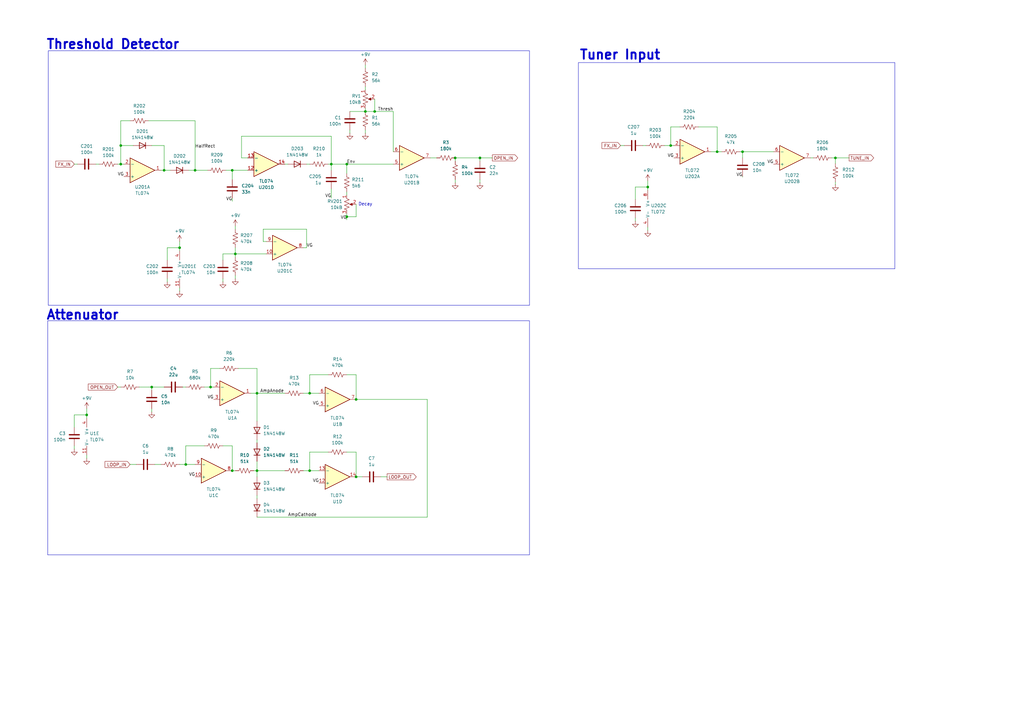
<source format=kicad_sch>
(kicad_sch (version 20231120) (generator "eeschema") (generator_version "8.0")
  (paper "A3")
  (lib_symbols
    (symbol "Amplifier_Operational:TL072" (pin_names (offset 0.127))
      (property "Reference" "U" (at 0 5.08 0))
      (property "Value" "TL072" (at 0 -5.08 0))
      (symbol "TL072_1_1"
        (polyline (pts (xy -5.08 5.08) (xy 5.08 0) (xy -5.08 -5.08) (xy -5.08 5.08)) (stroke (width 0.254)) (fill (type background)))
        (pin output line (at 7.62 0 180) (length 2.54) (name "~") (number "1"))
        (pin input line (at -7.62 -2.54 0) (length 2.54) (name "-") (number "2"))
        (pin input line (at -7.62 2.54 0) (length 2.54) (name "+") (number "3"))
      )
      (symbol "TL072_2_1"
        (polyline (pts (xy -5.08 5.08) (xy 5.08 0) (xy -5.08 -5.08) (xy -5.08 5.08)) (stroke (width 0.254)) (fill (type background)))
        (pin input line (at -7.62 2.54 0) (length 2.54) (name "+") (number "5"))
        (pin input line (at -7.62 -2.54 0) (length 2.54) (name "-") (number "6"))
        (pin output line (at 7.62 0 180) (length 2.54) (name "~") (number "7"))
      )
      (symbol "TL072_3_1"
        (pin power_in line (at -2.54 -7.62 90) (length 3.81) (name "V-") (number "4"))
        (pin power_in line (at -2.54 7.62 270) (length 3.81) (name "V+") (number "8"))
      )
    )
    (symbol "Amplifier_Operational:TL074" (pin_names (offset 0.127))
      (property "Reference" "U" (at 0 5.08 0))
      (property "Value" "TL074" (at 0 -5.08 0))
      (symbol "TL074_1_1"
        (polyline (pts (xy -5.08 5.08) (xy 5.08 0) (xy -5.08 -5.08) (xy -5.08 5.08)) (stroke (width 0.254)) (fill (type background)))
        (pin output line (at 7.62 0 180) (length 2.54) (name "~") (number "1"))
        (pin input line (at -7.62 -2.54 0) (length 2.54) (name "-") (number "2"))
        (pin input line (at -7.62 2.54 0) (length 2.54) (name "+") (number "3"))
      )
      (symbol "TL074_2_1"
        (polyline (pts (xy -5.08 5.08) (xy 5.08 0) (xy -5.08 -5.08) (xy -5.08 5.08)) (stroke (width 0.254)) (fill (type background)))
        (pin input line (at -7.62 2.54 0) (length 2.54) (name "+") (number "5"))
        (pin input line (at -7.62 -2.54 0) (length 2.54) (name "-") (number "6"))
        (pin output line (at 7.62 0 180) (length 2.54) (name "~") (number "7"))
      )
      (symbol "TL074_3_1"
        (polyline (pts (xy -5.08 5.08) (xy 5.08 0) (xy -5.08 -5.08) (xy -5.08 5.08)) (stroke (width 0.254)) (fill (type background)))
        (pin input line (at -7.62 2.54 0) (length 2.54) (name "+") (number "10"))
        (pin output line (at 7.62 0 180) (length 2.54) (name "~") (number "8"))
        (pin input line (at -7.62 -2.54 0) (length 2.54) (name "-") (number "9"))
      )
      (symbol "TL074_4_1"
        (polyline (pts (xy -5.08 5.08) (xy 5.08 0) (xy -5.08 -5.08) (xy -5.08 5.08)) (stroke (width 0.254)) (fill (type background)))
        (pin input line (at -7.62 2.54 0) (length 2.54) (name "+") (number "12"))
        (pin input line (at -7.62 -2.54 0) (length 2.54) (name "-") (number "13"))
        (pin output line (at 7.62 0 180) (length 2.54) (name "~") (number "14"))
      )
      (symbol "TL074_5_1"
        (pin power_in line (at -2.54 -7.62 90) (length 3.81) (name "V-") (number "11"))
        (pin power_in line (at -2.54 7.62 270) (length 3.81) (name "V+") (number "4"))
      )
    )
    (symbol "Device:C" (pin_numbers hide) (pin_names (offset 0.254))
      (property "Reference" "C" (at 0.635 2.54 0))
      (property "Value" "C" (at 0.635 -2.54 0))
      (symbol "C_0_1"
        (polyline (pts (xy -2.032 -0.762) (xy 2.032 -0.762)) (stroke (width 0.508)))
        (polyline (pts (xy -2.032 0.762) (xy 2.032 0.762)) (stroke (width 0.508)))
      )
      (symbol "C_1_1"
        (pin passive line (at 0 3.81 270) (length 2.794) (name "~") (number "1"))
        (pin passive line (at 0 -3.81 90) (length 2.794) (name "~") (number "2"))
      )
    )
    (symbol "Device:R_Potentiometer_US" (pin_names (offset 1.016) hide)
      (property "Reference" "RV" (at -4.445 0 90))
      (property "Value" "R_Potentiometer_US" (at -2.54 0 90))
      (symbol "R_Potentiometer_US_0_1"
        (polyline (pts (xy 0 -2.286) (xy 0 -2.54)))
        (polyline (pts (xy 0 2.54) (xy 0 2.286)))
        (polyline (pts (xy 2.54 0) (xy 1.524 0)))
        (polyline (pts (xy 1.143 0) (xy 2.286 0.508) (xy 2.286 -0.508) (xy 1.143 0)) (fill (type outline)))
        (polyline (pts (xy 0 -0.762) (xy 1.016 -1.143) (xy 0 -1.524) (xy -1.016 -1.905) (xy 0 -2.286)))
        (polyline (pts (xy 0 0.762) (xy 1.016 0.381) (xy 0 0) (xy -1.016 -0.381) (xy 0 -0.762)))
        (polyline (pts (xy 0 2.286) (xy 1.016 1.905) (xy 0 1.524) (xy -1.016 1.143) (xy 0 0.762)))
      )
      (symbol "R_Potentiometer_US_1_1"
        (pin passive line (at 0 3.81 270) (length 1.27) (name "1") (number "1"))
        (pin passive line (at 3.81 0 180) (length 1.27) (name "2") (number "2"))
        (pin passive line (at 0 -3.81 90) (length 1.27) (name "3") (number "3"))
      )
    )
    (symbol "Device:R_US" (pin_numbers hide) (pin_names (offset 0))
      (property "Reference" "R" (at 2.54 0 90))
      (property "Value" "R_US" (at -2.54 0 90))
      (symbol "R_US_0_1"
        (polyline (pts (xy 0 -2.286) (xy 0 -2.54)))
        (polyline (pts (xy 0 2.286) (xy 0 2.54)))
        (polyline (pts (xy 0 -0.762) (xy 1.016 -1.143) (xy 0 -1.524) (xy -1.016 -1.905) (xy 0 -2.286)))
        (polyline (pts (xy 0 0.762) (xy 1.016 0.381) (xy 0 0) (xy -1.016 -0.381) (xy 0 -0.762)))
        (polyline (pts (xy 0 2.286) (xy 1.016 1.905) (xy 0 1.524) (xy -1.016 1.143) (xy 0 0.762)))
      )
      (symbol "R_US_1_1"
        (pin passive line (at 0 3.81 270) (length 1.27) (name "~") (number "1"))
        (pin passive line (at 0 -3.81 90) (length 1.27) (name "~") (number "2"))
      )
    )
    (symbol "Diode:1N4148W" (pin_numbers hide) (pin_names hide)
      (property "Reference" "D" (at 0 2.54 0))
      (property "Value" "1N4148W" (at 0 -2.54 0))
      (symbol "1N4148W_0_1"
        (polyline (pts (xy -1.27 1.27) (xy -1.27 -1.27)) (stroke (width 0.254)))
        (polyline (pts (xy 1.27 0) (xy -1.27 0)))
        (polyline (pts (xy 1.27 1.27) (xy 1.27 -1.27) (xy -1.27 0) (xy 1.27 1.27)) (stroke (width 0.254)))
      )
      (symbol "1N4148W_1_1"
        (pin passive line (at -3.81 0 0) (length 2.54) (name "K") (number "1"))
        (pin passive line (at 3.81 0 180) (length 2.54) (name "A") (number "2"))
      )
    )
    (symbol "PCM_4ms_Power-symbol:+9V" (power) (pin_names (offset 0))
      (property "Value" "+9V" (at 0 3.556 0))
      (symbol "+9V_0_1"
        (polyline (pts (xy -0.762 1.27) (xy 0 2.54)))
        (polyline (pts (xy 0 0) (xy 0 2.54)))
        (polyline (pts (xy 0 2.54) (xy 0.762 1.27)))
      )
      (symbol "+9V_1_1"
        (pin power_in line (at 0 0 90) (length 0) hide (name "+9V") (number "1"))
      )
    )
    (symbol "power:GND" (power) (pin_numbers hide) (pin_names (offset 0) hide)
      (symbol "GND_0_1"
        (polyline (pts (xy 0 0) (xy 0 -1.27) (xy 1.27 -1.27) (xy 0 -2.54) (xy -1.27 -1.27) (xy 0 -1.27)))
      )
      (symbol "GND_1_1"
        (pin power_in line (at 0 0 270) (length 0) (name "~") (number "1"))
      )
    )
  )
  (junction (at 149.86 45.72))
  (junction (at 62.23 158.75))
  (junction (at 105.41 161.29))
  (junction (at 95.25 69.85))
  (junction (at 135.89 67.31))
  (junction (at 304.546 62.23))
  (junction (at 95.25 193.04))
  (junction (at 142.24 67.31))
  (junction (at 127 193.04))
  (junction (at 80.01 69.85))
  (junction (at 265.684 76.708))
  (junction (at 196.85 64.77))
  (junction (at 67.31 69.85))
  (junction (at 49.53 67.31))
  (junction (at 186.69 64.77))
  (junction (at 76.2 190.5))
  (junction (at 342.646 64.77))
  (junction (at 49.53 59.69))
  (junction (at 127 161.29))
  (junction (at 294.132 62.23))
  (junction (at 35.56 170.18))
  (junction (at 153.67 45.72))
  (junction (at 105.41 193.04))
  (junction (at 96.52 104.14))
  (junction (at 146.05 163.83))
  (junction (at 146.05 195.58))
  (junction (at 86.36 158.75))
  (junction (at 142.24 88.9))
  (junction (at 73.66 101.6))
  (junction (at 275.082 59.69))
  (wire (pts (xy 153.67 45.72) (xy 149.86 45.72)))
  (wire (pts (xy 135.89 77.47) (xy 135.89 81.28)))
  (wire (pts (xy 196.85 66.04) (xy 196.85 64.77)))
  (wire (pts (xy 83.82 182.88) (xy 76.2 182.88)))
  (wire (pts (xy 73.66 190.5) (xy 76.2 190.5)))
  (wire (pts (xy 96.52 113.03) (xy 96.52 114.3)))
  (wire (pts (xy 161.29 62.23) (xy 161.29 45.72)))
  (wire (pts (xy 342.646 64.77) (xy 341.122 64.77)))
  (wire (pts (xy 62.23 158.75) (xy 62.23 160.02)))
  (wire (pts (xy 124.46 161.29) (xy 127 161.29)))
  (wire (pts (xy 278.892 52.07) (xy 275.082 52.07)))
  (wire (pts (xy 68.58 101.6) (xy 73.66 101.6)))
  (wire (pts (xy 95.25 69.85) (xy 92.71 69.85)))
  (wire (pts (xy 91.44 104.14) (xy 96.52 104.14)))
  (wire (pts (xy 96.52 104.14) (xy 109.22 104.14)))
  (wire (pts (xy 96.52 104.14) (xy 96.52 105.41)))
  (wire (pts (xy 74.93 158.75) (xy 76.2 158.75)))
  (wire (pts (xy 73.66 99.06) (xy 73.66 101.6)))
  (wire (pts (xy 175.26 212.09) (xy 105.41 212.09)))
  (wire (pts (xy 125.73 101.6) (xy 124.46 101.6)))
  (wire (pts (xy 146.05 163.83) (xy 175.26 163.83)))
  (wire (pts (xy 97.79 151.13) (xy 105.41 151.13)))
  (wire (pts (xy 142.24 87.63) (xy 142.24 88.9)))
  (wire (pts (xy 80.01 49.53) (xy 80.01 69.85)))
  (wire (pts (xy 142.24 185.42) (xy 146.05 185.42)))
  (wire (pts (xy 96.52 101.6) (xy 96.52 104.14)))
  (wire (pts (xy 146.05 195.58) (xy 148.59 195.58)))
  (wire (pts (xy 135.89 55.88) (xy 135.89 67.31)))
  (wire (pts (xy 146.05 88.9) (xy 142.24 88.9)))
  (wire (pts (xy 149.86 53.34) (xy 149.86 54.61)))
  (wire (pts (xy 62.23 158.75) (xy 67.31 158.75)))
  (wire (pts (xy 342.646 64.77) (xy 348.234 64.77)))
  (wire (pts (xy 149.86 35.56) (xy 149.86 36.83)))
  (wire (pts (xy 294.132 62.23) (xy 295.91 62.23)))
  (wire (pts (xy 99.06 55.88) (xy 135.89 55.88)))
  (wire (pts (xy 127 153.67) (xy 127 161.29)))
  (wire (pts (xy 90.17 151.13) (xy 86.36 151.13)))
  (wire (pts (xy 62.23 59.69) (xy 67.31 59.69)))
  (wire (pts (xy 263.652 59.69) (xy 264.922 59.69)))
  (wire (pts (xy 260.604 89.408) (xy 260.604 90.678)))
  (wire (pts (xy 73.66 101.6) (xy 73.66 102.87)))
  (wire (pts (xy 146.05 185.42) (xy 146.05 195.58)))
  (wire (pts (xy 342.646 74.676) (xy 342.646 75.692)))
  (wire (pts (xy 275.082 59.69) (xy 276.352 59.69)))
  (wire (pts (xy 265.684 76.708) (xy 265.684 77.978)))
  (wire (pts (xy 303.53 62.23) (xy 304.546 62.23)))
  (wire (pts (xy 91.44 114.3) (xy 91.44 115.57)))
  (wire (pts (xy 161.29 45.72) (xy 153.67 45.72)))
  (wire (pts (xy 186.69 64.77) (xy 186.69 66.04)))
  (wire (pts (xy 83.82 158.75) (xy 86.36 158.75)))
  (wire (pts (xy 294.132 52.07) (xy 294.132 62.23)))
  (wire (pts (xy 125.73 67.31) (xy 127 67.31)))
  (wire (pts (xy 96.52 92.71) (xy 96.52 93.98)))
  (wire (pts (xy 265.684 93.218) (xy 265.684 94.488)))
  (wire (pts (xy 105.41 161.29) (xy 105.41 172.72)))
  (wire (pts (xy 272.542 59.69) (xy 275.082 59.69)))
  (wire (pts (xy 304.546 72.644) (xy 304.546 72.39)))
  (wire (pts (xy 102.87 161.29) (xy 105.41 161.29)))
  (wire (pts (xy 116.84 67.31) (xy 118.11 67.31)))
  (wire (pts (xy 48.26 67.31) (xy 49.53 67.31)))
  (wire (pts (xy 95.25 81.28) (xy 95.25 82.55)))
  (wire (pts (xy 142.24 78.74) (xy 142.24 80.01)))
  (wire (pts (xy 68.58 106.68) (xy 68.58 101.6)))
  (wire (pts (xy 127 161.29) (xy 130.81 161.29)))
  (wire (pts (xy 142.24 88.9) (xy 142.24 90.17)))
  (wire (pts (xy 135.89 67.31) (xy 142.24 67.31)))
  (wire (pts (xy 30.48 182.88) (xy 30.48 184.15)))
  (wire (pts (xy 73.66 118.11) (xy 73.66 119.38)))
  (wire (pts (xy 35.56 170.18) (xy 35.56 171.45)))
  (wire (pts (xy 149.86 26.67) (xy 149.86 27.94)))
  (wire (pts (xy 49.53 59.69) (xy 49.53 67.31)))
  (wire (pts (xy 57.15 158.75) (xy 62.23 158.75)))
  (wire (pts (xy 265.684 74.168) (xy 265.684 76.708)))
  (wire (pts (xy 95.25 193.04) (xy 96.52 193.04)))
  (wire (pts (xy 260.604 76.708) (xy 265.684 76.708)))
  (wire (pts (xy 142.24 67.31) (xy 161.29 67.31)))
  (wire (pts (xy 39.37 67.31) (xy 40.64 67.31)))
  (wire (pts (xy 35.56 186.69) (xy 35.56 187.96)))
  (wire (pts (xy 304.546 62.23) (xy 317.246 62.23)))
  (wire (pts (xy 134.62 185.42) (xy 127 185.42)))
  (wire (pts (xy 134.62 153.67) (xy 127 153.67)))
  (wire (pts (xy 304.546 62.23) (xy 304.546 64.77)))
  (wire (pts (xy 143.51 45.72) (xy 149.86 45.72)))
  (wire (pts (xy 76.2 190.5) (xy 80.01 190.5)))
  (wire (pts (xy 105.41 203.2) (xy 105.41 204.47)))
  (wire (pts (xy 30.48 175.26) (xy 30.48 170.18)))
  (wire (pts (xy 286.512 52.07) (xy 294.132 52.07)))
  (wire (pts (xy 142.24 153.67) (xy 146.05 153.67)))
  (wire (pts (xy 291.592 62.23) (xy 294.132 62.23)))
  (wire (pts (xy 260.604 81.788) (xy 260.604 76.708)))
  (wire (pts (xy 35.56 167.64) (xy 35.56 170.18)))
  (wire (pts (xy 95.25 182.88) (xy 95.25 193.04)))
  (wire (pts (xy 127 193.04) (xy 130.81 193.04)))
  (wire (pts (xy 95.25 69.85) (xy 101.6 69.85)))
  (wire (pts (xy 275.082 52.07) (xy 275.082 59.69)))
  (wire (pts (xy 186.69 64.77) (xy 196.85 64.77)))
  (wire (pts (xy 85.09 69.85) (xy 80.01 69.85)))
  (wire (pts (xy 153.67 40.64) (xy 153.67 45.72)))
  (wire (pts (xy 196.85 73.66) (xy 196.85 74.93)))
  (wire (pts (xy 135.89 67.31) (xy 135.89 69.85)))
  (wire (pts (xy 67.31 69.85) (xy 66.04 69.85)))
  (wire (pts (xy 127 185.42) (xy 127 193.04)))
  (wire (pts (xy 149.86 44.45) (xy 149.86 45.72)))
  (wire (pts (xy 142.24 67.31) (xy 142.24 71.12)))
  (wire (pts (xy 69.85 69.85) (xy 67.31 69.85)))
  (wire (pts (xy 30.48 67.31) (xy 31.75 67.31)))
  (wire (pts (xy 105.41 193.04) (xy 116.84 193.04)))
  (wire (pts (xy 30.48 170.18) (xy 35.56 170.18)))
  (wire (pts (xy 62.23 167.64) (xy 62.23 168.91)))
  (wire (pts (xy 196.85 64.77) (xy 201.93 64.77)))
  (wire (pts (xy 135.89 67.31) (xy 134.62 67.31)))
  (wire (pts (xy 107.95 99.06) (xy 107.95 93.98)))
  (wire (pts (xy 53.34 190.5) (xy 55.88 190.5)))
  (wire (pts (xy 49.53 49.53) (xy 49.53 59.69)))
  (wire (pts (xy 105.41 180.34) (xy 105.41 181.61)))
  (wire (pts (xy 109.22 99.06) (xy 107.95 99.06)))
  (wire (pts (xy 95.25 73.66) (xy 95.25 69.85)))
  (wire (pts (xy 63.5 190.5) (xy 66.04 190.5)))
  (wire (pts (xy 105.41 151.13) (xy 105.41 161.29)))
  (wire (pts (xy 342.646 67.056) (xy 342.646 64.77)))
  (wire (pts (xy 60.96 49.53) (xy 80.01 49.53)))
  (wire (pts (xy 146.05 83.82) (xy 146.05 88.9)))
  (wire (pts (xy 50.8 67.31) (xy 49.53 67.31)))
  (wire (pts (xy 91.44 182.88) (xy 95.25 182.88)))
  (wire (pts (xy 143.51 53.34) (xy 143.51 54.61)))
  (wire (pts (xy 175.26 163.83) (xy 175.26 212.09)))
  (wire (pts (xy 91.44 106.68) (xy 91.44 104.14)))
  (wire (pts (xy 105.41 193.04) (xy 105.41 195.58)))
  (wire (pts (xy 101.6 64.77) (xy 99.06 64.77)))
  (wire (pts (xy 67.31 59.69) (xy 67.31 69.85)))
  (wire (pts (xy 99.06 64.77) (xy 99.06 55.88)))
  (wire (pts (xy 53.34 49.53) (xy 49.53 49.53)))
  (wire (pts (xy 49.53 59.69) (xy 54.61 59.69)))
  (wire (pts (xy 105.41 189.23) (xy 105.41 193.04)))
  (wire (pts (xy 186.69 73.66) (xy 186.69 74.93)))
  (wire (pts (xy 124.46 193.04) (xy 127 193.04)))
  (wire (pts (xy 254.508 59.69) (xy 256.032 59.69)))
  (wire (pts (xy 125.73 93.98) (xy 125.73 101.6)))
  (wire (pts (xy 107.95 93.98) (xy 125.73 93.98)))
  (wire (pts (xy 156.21 195.58) (xy 158.75 195.58)))
  (wire (pts (xy 68.58 114.3) (xy 68.58 115.57)))
  (wire (pts (xy 146.05 153.67) (xy 146.05 163.83)))
  (wire (pts (xy 86.36 158.75) (xy 87.63 158.75)))
  (wire (pts (xy 77.47 69.85) (xy 80.01 69.85)))
  (wire (pts (xy 105.41 161.29) (xy 116.84 161.29)))
  (wire (pts (xy 104.14 193.04) (xy 105.41 193.04)))
  (wire (pts (xy 176.53 64.77) (xy 179.07 64.77)))
  (wire (pts (xy 332.486 64.77) (xy 333.502 64.77)))
  (wire (pts (xy 48.26 158.75) (xy 49.53 158.75)))
  (wire (pts (xy 76.2 182.88) (xy 76.2 190.5)))
  (wire (pts (xy 86.36 151.13) (xy 86.36 158.75)))
  (rectangle (start 19.558 131.572) (end 217.17 227.584))
  (rectangle (start 19.812 20.828) (end 217.17 125.222))
  (rectangle (start 237.236 25.654) (end 367.03 110.236))
  (text "Threshold Detector" (at 18.796 18.288 0) (effects (font (size 3.81 3.81) (thickness 0.762) (bold yes)) (justify left)))
  (text "Tuner Input" (at 237.49 22.606 0) (effects (font (size 3.81 3.81) (thickness 0.762) (bold yes)) (justify left)))
  (text "Attenuator" (at 18.796 129.286 0) (effects (font (size 3.81 3.81) (thickness 0.762) (bold yes)) (justify left)))
  (text "Decay" (at 149.86 83.82 0) (effects (font (size 1.27 1.27))))
  (label "VG" (at 87.63 163.83 180) (effects (font (thickness 0.1588))))
  (label "VG" (at 135.89 81.28 180))
  (label "VG" (at 50.8 72.39 180))
  (label "Env" (at 142.24 67.31 0))
  (label "HalfRect" (at 80.01 60.96 0))
  (label "VG" (at 142.24 90.17 180))
  (label "VG" (at 95.25 82.55 180))
  (label "Thresh" (at 154.94 45.72 0))
  (label "AmpAnode" (at 106.68 161.29 0) (effects (font (thickness 0.1588))))
  (label "AmpCathode" (at 118.11 212.09 0))
  (label "VG" (at 276.352 64.77 180) (effects (font (thickness 0.1588))))
  (label "VG" (at 130.81 198.12 180))
  (label "VG" (at 130.81 166.37 180))
  (label "VG" (at 317.246 67.31 180))
  (label "VG" (at 125.73 101.6 0))
  (label "VG" (at 80.01 195.58 180))
  (label "VG" (at 304.546 72.644 180))
  (global_label "OPEN_IN" (shape output) (at 201.93 64.77 0) (property "Intersheetrefs" "${INTERSHEET_REFS}" (effects (hide yes))))
  (global_label "LOOP_IN" (shape input) (at 53.34 190.5 180) (property "Intersheetrefs" "${INTERSHEET_REFS}" (effects (hide yes))))
  (global_label "LOOP_OUT" (shape output) (at 158.75 195.58 0) (property "Intersheetrefs" "${INTERSHEET_REFS}" (effects (hide yes))))
  (global_label "OPEN_OUT" (shape input) (at 48.26 158.75 180) (property "Intersheetrefs" "${INTERSHEET_REFS}" (effects (hide yes))))
  (global_label "FX_IN" (shape input) (at 30.48 67.31 180) (property "Intersheetrefs" "${INTERSHEET_REFS}" (effects (hide yes))))
  (global_label "TUNE_IN" (shape output) (at 348.234 64.77 0) (property "Intersheetrefs" "${INTERSHEET_REFS}" (effects (hide yes))))
  (global_label "FX_IN" (shape input) (at 254.508 59.69 180) (property "Intersheetrefs" "${INTERSHEET_REFS}" (effects (hide yes))))
  (symbol (lib_id "Diode:1N4148W") (at 121.92 67.31 180) (unit 1)
    (property "Reference" "D203" (at 121.92 60.96 0))
    (property "Value" "1N4148W" (at 121.92 63.5 0))
    (property "Footprint" "Diode_SMD:D_SOD-123" (effects (hide yes)))
    (property "Datasheet" "https://www.vishay.com/docs/85748/1n4148w.pdf" (effects (hide yes)))
    (property "Description" "75V 0.15A Fast Switching Diode, SOD-123" (effects (hide yes)))
    (property "Sim.Device" "D" (effects (hide yes)))
    (property "Sim.Pins" "1=K 2=A" (effects (hide yes)))
  )
  (symbol (lib_id "Diode:1N4148W") (at 58.42 59.69 0) (mirror y) (unit 1)
    (property "Reference" "D201" (at 58.42 53.848 0))
    (property "Value" "1N4148W" (at 58.42 56.388 0))
    (property "Footprint" "Diode_SMD:D_SOD-123" (effects (hide yes)))
    (property "Datasheet" "https://www.vishay.com/docs/85748/1n4148w.pdf" (effects (hide yes)))
    (property "Description" "75V 0.15A Fast Switching Diode, SOD-123" (effects (hide yes)))
    (property "Sim.Device" "D" (effects (hide yes)))
    (property "Sim.Pins" "1=K 2=A" (effects (hide yes)))
  )
  (symbol (lib_id "Device:R_US") (at 120.65 193.04 90) (unit 1)
    (property "Reference" "R11" (at 120.65 186.69 90))
    (property "Value" "51k" (at 120.65 189.23 90))
    (property "Description" "Resistor, US symbol" (effects (hide yes)))
  )
  (symbol (lib_id "power:GND") (at 260.604 90.678 0) (unit 1)
    (property "Reference" "#PWR0207" (effects (hide yes)))
    (property "Value" "GND" (effects (hide yes)))
    (property "Description" "Power symbol creates a global label with name \"GND\" , ground" (effects (hide yes)))
  )
  (symbol (lib_id "Amplifier_Operational:TL074") (at 116.84 101.6 0) (mirror x) (unit 3)
    (property "Reference" "U201" (at 116.84 111.125 0))
    (property "Value" "TL074" (at 116.84 108.585 0))
    (property "Footprint" "Package_SO:SOIC-14_3.9x8.7mm_P1.27mm" (effects (hide yes)))
    (property "Datasheet" "http://www.ti.com/lit/ds/symlink/tl071.pdf" (effects (hide yes)))
    (property "Description" "Quad Low-Noise JFET-Input Operational Amplifiers, DIP-14/SOIC-14" (effects (hide yes)))
  )
  (symbol (lib_id "Device:R_US") (at 96.52 97.79 0) (unit 1)
    (property "Reference" "R207" (at 98.552 96.5199 0) (effects (justify left)))
    (property "Value" "470k" (at 98.552 99.0599 0) (effects (justify left)))
    (property "Description" "Resistor, US symbol" (effects (hide yes)))
  )
  (symbol (lib_id "Device:R_US") (at 337.312 64.77 90) (unit 1)
    (property "Reference" "R206" (at 337.312 58.42 90))
    (property "Value" "180k" (at 337.312 60.96 90))
    (property "Description" "Resistor, US symbol" (effects (hide yes)))
  )
  (symbol (lib_id "Device:R_US") (at 120.65 161.29 90) (unit 1)
    (property "Reference" "R13" (at 120.65 154.94 90))
    (property "Value" "470k" (at 120.65 157.48 90))
    (property "Description" "Resistor, US symbol" (effects (hide yes)))
  )
  (symbol (lib_id "Device:C") (at 62.23 163.83 0) (unit 1)
    (property "Reference" "C5" (at 66.04 162.5599 0) (effects (justify left)))
    (property "Value" "10n" (at 66.04 165.0999 0) (effects (justify left)))
    (property "Description" "Unpolarized capacitor" (effects (hide yes)))
  )
  (symbol (lib_id "power:GND") (at 68.58 115.57 0) (unit 1)
    (property "Reference" "#PWR0205" (effects (hide yes)))
    (property "Value" "GND" (effects (hide yes)))
    (property "Description" "Power symbol creates a global label with name \"GND\" , ground" (effects (hide yes)))
  )
  (symbol (lib_id "Amplifier_Operational:TL074") (at 95.25 161.29 0) (mirror x) (unit 1)
    (property "Reference" "U1" (at 95.25 171.45 0))
    (property "Value" "TL074" (at 95.25 168.91 0))
    (property "Datasheet" "http://www.ti.com/lit/ds/symlink/tl071.pdf" (effects (hide yes)))
    (property "Description" "Quad Low-Noise JFET-Input Operational Amplifiers, DIP-14/SOIC-14" (effects (hide yes)))
  )
  (symbol (lib_id "Device:C") (at 260.604 85.598 0) (unit 1)
    (property "Reference" "C206" (at 257.048 84.3279 0) (effects (justify right)))
    (property "Value" "100n" (at 257.048 86.8679 0) (effects (justify right)))
    (property "Description" "Unpolarized capacitor" (effects (hide yes)))
  )
  (symbol (lib_id "Device:C") (at 30.48 179.07 0) (unit 1)
    (property "Reference" "C3" (at 26.924 177.7999 0) (effects (justify right)))
    (property "Value" "100n" (at 26.924 180.3399 0) (effects (justify right)))
    (property "Description" "Unpolarized capacitor" (effects (hide yes)))
  )
  (symbol (lib_id "Device:C") (at 95.25 77.47 0) (unit 1)
    (property "Reference" "C204" (at 99.06 76.1999 0) (effects (justify left)))
    (property "Value" "33n" (at 99.06 78.7399 0) (effects (justify left)))
    (property "Description" "Unpolarized capacitor" (effects (hide yes)))
  )
  (symbol (lib_id "Device:C") (at 91.44 110.49 0) (unit 1)
    (property "Reference" "C203" (at 88.392 109.2199 0) (effects (justify right)))
    (property "Value" "10n" (at 88.392 111.7599 0) (effects (justify right)))
    (property "Description" "Unpolarized capacitor" (effects (hide yes)))
  )
  (symbol (lib_id "power:GND") (at 91.44 115.57 0) (unit 1)
    (property "Reference" "#PWR0206" (effects (hide yes)))
    (property "Value" "GND" (effects (hide yes)))
    (property "Description" "Power symbol creates a global label with name \"GND\" , ground" (effects (hide yes)))
  )
  (symbol (lib_id "power:GND") (at 96.52 114.3 0) (unit 1)
    (property "Reference" "#PWR0201" (effects (hide yes)))
    (property "Value" "GND" (effects (hide yes)))
    (property "Description" "Power symbol creates a global label with name \"GND\" , ground" (effects (hide yes)))
  )
  (symbol (lib_id "Device:R_US") (at 282.702 52.07 90) (unit 1)
    (property "Reference" "R204" (at 282.702 45.72 90))
    (property "Value" "220k" (at 282.702 48.26 90))
    (property "Description" "Resistor, US symbol" (effects (hide yes)))
  )
  (symbol (lib_id "Device:R_US") (at 69.85 190.5 90) (unit 1)
    (property "Reference" "R8" (at 69.85 184.15 90))
    (property "Value" "470k" (at 69.85 186.69 90))
    (property "Description" "Resistor, US symbol" (effects (hide yes)))
  )
  (symbol (lib_id "Device:R_US") (at 53.34 158.75 90) (unit 1)
    (property "Reference" "R7" (at 53.34 152.4 90))
    (property "Value" "10k" (at 53.34 154.94 90))
    (property "Description" "Resistor, US symbol" (effects (hide yes)))
  )
  (symbol (lib_id "Device:R_Potentiometer_US") (at 149.86 40.64 0) (unit 1)
    (property "Reference" "RV1" (at 148.082 39.3699 0) (effects (justify right)))
    (property "Value" "10kB" (at 148.082 41.9099 0) (effects (justify right)))
    (property "Description" "Potentiometer, US symbol" (effects (hide yes)))
  )
  (symbol (lib_id "power:GND") (at 143.51 54.61 0) (unit 1)
    (property "Reference" "#PWR02" (effects (hide yes)))
    (property "Value" "GND" (effects (hide yes)))
    (property "Description" "Power symbol creates a global label with name \"GND\" , ground" (effects (hide yes)))
  )
  (symbol (lib_id "Device:R_US") (at 299.72 62.23 90) (unit 1)
    (property "Reference" "R205" (at 299.72 55.88 90))
    (property "Value" "47k" (at 299.72 58.42 90))
    (property "Description" "Resistor, US symbol" (effects (hide yes)))
  )
  (symbol (lib_id "PCM_4ms_Power-symbol:+9V") (at 96.52 92.71 0) (unit 1)
    (property "Reference" "#PWR0202" (effects (hide yes)))
    (property "Value" "+9V" (at 96.52 88.392 0))
    (property "Description" "Power symbol creates a global label with name \"+9V\"" (effects (hide yes)))
  )
  (symbol (lib_id "Device:R_US") (at 44.45 67.31 90) (unit 1)
    (property "Reference" "R201" (at 44.45 61.214 90))
    (property "Value" "100k" (at 44.45 63.754 90))
    (property "Footprint" "Resistor_SMD:R_0805_2012Metric" (effects (hide yes)))
    (property "Description" "Resistor, US symbol" (effects (hide yes)))
  )
  (symbol (lib_id "Device:R_US") (at 87.63 182.88 90) (unit 1)
    (property "Reference" "R9" (at 87.63 176.53 90))
    (property "Value" "470k" (at 87.63 179.07 90))
    (property "Description" "Resistor, US symbol" (effects (hide yes)))
  )
  (symbol (lib_id "Device:R_US") (at 149.86 49.53 0) (unit 1)
    (property "Reference" "R1" (at 152.4 48.2599 0) (effects (justify left)))
    (property "Value" "56k" (at 152.4 50.7999 0) (effects (justify left)))
    (property "Description" "Resistor, US symbol" (effects (hide yes)))
  )
  (symbol (lib_id "power:GND") (at 265.684 94.488 0) (unit 1)
    (property "Reference" "#PWR0209" (effects (hide yes)))
    (property "Value" "GND" (effects (hide yes)))
    (property "Description" "Power symbol creates a global label with name \"GND\" , ground" (effects (hide yes)))
  )
  (symbol (lib_id "Amplifier_Operational:TL072") (at 268.224 85.598 0) (unit 3)
    (property "Reference" "U202" (at 266.954 84.3279 0) (effects (justify left)))
    (property "Value" "TL072" (at 266.954 86.8679 0) (effects (justify left)))
    (property "Datasheet" "http://www.ti.com/lit/ds/symlink/tl071.pdf" (effects (hide yes)))
    (property "Description" "Dual Low-Noise JFET-Input Operational Amplifiers, DIP-8/SOIC-8" (effects (hide yes)))
  )
  (symbol (lib_id "Device:C") (at 143.51 49.53 0) (unit 1)
    (property "Reference" "C1" (at 139.954 48.2599 0) (effects (justify right)))
    (property "Value" "100n" (at 139.954 50.7999 0) (effects (justify right)))
    (property "Description" "Unpolarized capacitor" (effects (hide yes)))
  )
  (symbol (lib_id "Device:R_US") (at 96.52 109.22 0) (unit 1)
    (property "Reference" "R208" (at 98.552 107.9499 0) (effects (justify left)))
    (property "Value" "470k" (at 98.552 110.4899 0) (effects (justify left)))
    (property "Description" "Resistor, US symbol" (effects (hide yes)))
  )
  (symbol (lib_id "Device:R_US") (at 130.81 67.31 90) (unit 1)
    (property "Reference" "R210" (at 130.81 60.96 90))
    (property "Value" "1k" (at 130.81 63.5 90))
    (property "Footprint" "Resistor_SMD:R_0805_2012Metric" (effects (hide yes)))
    (property "Description" "Resistor, US symbol" (effects (hide yes)))
  )
  (symbol (lib_id "Device:R_Potentiometer_US") (at 142.24 83.82 0) (unit 1)
    (property "Reference" "RV201" (at 140.462 82.5499 0) (effects (justify right)))
    (property "Value" "10kB" (at 140.462 85.0899 0) (effects (justify right)))
    (property "Description" "Potentiometer, US symbol" (effects (hide yes)))
  )
  (symbol (lib_id "PCM_4ms_Power-symbol:+9V") (at 35.56 167.64 0) (unit 1)
    (property "Reference" "#PWR07" (effects (hide yes)))
    (property "Value" "+9V" (at 35.56 163.322 0))
    (property "Description" "Power symbol creates a global label with name \"+9V\"" (effects (hide yes)))
  )
  (symbol (lib_id "power:GND") (at 149.86 54.61 0) (unit 1)
    (property "Reference" "#PWR01" (effects (hide yes)))
    (property "Value" "GND" (effects (hide yes)))
    (property "Description" "Power symbol creates a global label with name \"GND\" , ground" (effects (hide yes)))
  )
  (symbol (lib_id "power:GND") (at 186.69 74.93 0) (unit 1)
    (property "Reference" "#PWR04" (effects (hide yes)))
    (property "Value" "GND" (effects (hide yes)))
    (property "Description" "Power symbol creates a global label with name \"GND\" , ground" (effects (hide yes)))
  )
  (symbol (lib_id "Amplifier_Operational:TL074") (at 138.43 163.83 0) (mirror x) (unit 2)
    (property "Reference" "U1" (at 138.43 173.99 0))
    (property "Value" "TL074" (at 138.43 171.45 0))
    (property "Datasheet" "http://www.ti.com/lit/ds/symlink/tl071.pdf" (effects (hide yes)))
    (property "Description" "Quad Low-Noise JFET-Input Operational Amplifiers, DIP-14/SOIC-14" (effects (hide yes)))
  )
  (symbol (lib_id "Device:C") (at 152.4 195.58 90) (unit 1)
    (property "Reference" "C7" (at 152.4 187.96 90))
    (property "Value" "1u" (at 152.4 190.5 90))
    (property "Description" "Unpolarized capacitor" (effects (hide yes)))
  )
  (symbol (lib_id "Device:R_US") (at 149.86 31.75 0) (unit 1)
    (property "Reference" "R2" (at 152.4 30.4799 0) (effects (justify left)))
    (property "Value" "56k" (at 152.4 33.0199 0) (effects (justify left)))
    (property "Description" "Resistor, US symbol" (effects (hide yes)))
  )
  (symbol (lib_id "Amplifier_Operational:TL074") (at 38.1 179.07 0) (unit 5)
    (property "Reference" "U1" (at 36.83 177.7999 0) (effects (justify left)))
    (property "Value" "TL074" (at 36.83 180.3399 0) (effects (justify left)))
    (property "Datasheet" "http://www.ti.com/lit/ds/symlink/tl071.pdf" (effects (hide yes)))
    (property "Description" "Quad Low-Noise JFET-Input Operational Amplifiers, DIP-14/SOIC-14" (effects (hide yes)))
  )
  (symbol (lib_id "Device:C") (at 35.56 67.31 90) (unit 1)
    (property "Reference" "C201" (at 35.56 59.944 90))
    (property "Value" "100n" (at 35.56 62.484 90))
    (property "Footprint" "Capacitor_SMD:C_0805_2012Metric" (effects (hide yes)))
    (property "Description" "Unpolarized capacitor" (effects (hide yes)))
  )
  (symbol (lib_id "power:GND") (at 35.56 187.96 0) (unit 1)
    (property "Reference" "#PWR08" (effects (hide yes)))
    (property "Value" "GND" (effects (hide yes)))
    (property "Description" "Power symbol creates a global label with name \"GND\" , ground" (effects (hide yes)))
  )
  (symbol (lib_id "Amplifier_Operational:TL074") (at 76.2 110.49 0) (unit 5)
    (property "Reference" "U201" (at 74.295 109.2199 0) (effects (justify left)))
    (property "Value" "TL074" (at 74.295 111.7599 0) (effects (justify left)))
    (property "Footprint" "Package_SO:SOIC-14_3.9x8.7mm_P1.27mm" (effects (hide yes)))
    (property "Datasheet" "http://www.ti.com/lit/ds/symlink/tl071.pdf" (effects (hide yes)))
    (property "Description" "Quad Low-Noise JFET-Input Operational Amplifiers, DIP-14/SOIC-14" (effects (hide yes)))
  )
  (symbol (lib_id "Amplifier_Operational:TL072") (at 283.972 62.23 0) (mirror x) (unit 1)
    (property "Reference" "U202" (at 283.972 72.39 0))
    (property "Value" "TL072" (at 283.972 69.85 0))
    (property "Datasheet" "http://www.ti.com/lit/ds/symlink/tl071.pdf" (effects (hide yes)))
    (property "Description" "Dual Low-Noise JFET-Input Operational Amplifiers, DIP-8/SOIC-8" (effects (hide yes)))
  )
  (symbol (lib_id "Amplifier_Operational:TL074") (at 168.91 64.77 0) (mirror x) (unit 2)
    (property "Reference" "U201" (at 168.91 74.93 0))
    (property "Value" "TL074" (at 168.91 72.39 0))
    (property "Footprint" "Package_SO:SOIC-14_3.9x8.7mm_P1.27mm" (effects (hide yes)))
    (property "Datasheet" "http://www.ti.com/lit/ds/symlink/tl071.pdf" (effects (hide yes)))
    (property "Description" "Quad Low-Noise JFET-Input Operational Amplifiers, DIP-14/SOIC-14" (effects (hide yes)))
  )
  (symbol (lib_id "Amplifier_Operational:TL074") (at 58.42 69.85 0) (mirror x) (unit 1)
    (property "Reference" "U201" (at 58.42 76.708 0))
    (property "Value" "TL074" (at 58.42 79.248 0))
    (property "Footprint" "Package_SO:SOIC-14_3.9x8.7mm_P1.27mm" (effects (hide yes)))
    (property "Datasheet" "http://www.ti.com/lit/ds/symlink/tl071.pdf" (effects (hide yes)))
    (property "Description" "Quad Low-Noise JFET-Input Operational Amplifiers, DIP-14/SOIC-14" (effects (hide yes)))
  )
  (symbol (lib_id "Device:R_US") (at 142.24 74.93 0) (unit 1)
    (property "Reference" "R211" (at 144.272 73.6599 0) (effects (justify left)))
    (property "Value" "5k6" (at 144.272 76.1999 0) (effects (justify left)))
    (property "Description" "Resistor, US symbol" (effects (hide yes)))
  )
  (symbol (lib_id "Device:R_US") (at 100.33 193.04 90) (unit 1)
    (property "Reference" "R10" (at 100.33 186.69 90))
    (property "Value" "51k" (at 100.33 189.23 90))
    (property "Description" "Resistor, US symbol" (effects (hide yes)))
  )
  (symbol (lib_id "Device:R_US") (at 138.43 185.42 90) (unit 1)
    (property "Reference" "R12" (at 138.43 179.07 90))
    (property "Value" "100k" (at 138.43 181.61 90))
    (property "Description" "Resistor, US symbol" (effects (hide yes)))
  )
  (symbol (lib_id "Device:R_US") (at 342.646 70.866 180) (unit 1)
    (property "Reference" "R212" (at 345.44 69.5959 0) (effects (justify right)))
    (property "Value" "100k" (at 345.44 72.1359 0) (effects (justify right)))
    (property "Description" "Resistor, US symbol" (effects (hide yes)))
  )
  (symbol (lib_id "Amplifier_Operational:TL072") (at 324.866 64.77 0) (mirror x) (unit 2)
    (property "Reference" "U202" (at 324.866 74.422 0))
    (property "Value" "TL072" (at 324.866 71.882 0))
    (property "Datasheet" "http://www.ti.com/lit/ds/symlink/tl071.pdf" (effects (hide yes)))
    (property "Description" "Dual Low-Noise JFET-Input Operational Amplifiers, DIP-8/SOIC-8" (effects (hide yes)))
  )
  (symbol (lib_id "power:GND") (at 30.48 184.15 0) (unit 1)
    (property "Reference" "#PWR06" (effects (hide yes)))
    (property "Value" "GND" (effects (hide yes)))
    (property "Description" "Power symbol creates a global label with name \"GND\" , ground" (effects (hide yes)))
  )
  (symbol (lib_id "Diode:1N4148W") (at 105.41 185.42 90) (unit 1)
    (property "Reference" "D2" (at 107.95 184.1499 90) (effects (justify right)))
    (property "Value" "1N4148W" (at 107.95 186.6899 90) (effects (justify right)))
    (property "Footprint" "Diode_SMD:D_SOD-123" (effects (hide yes)))
    (property "Datasheet" "https://www.vishay.com/docs/85748/1n4148w.pdf" (effects (hide yes)))
    (property "Description" "75V 0.15A Fast Switching Diode, SOD-123" (effects (hide yes)))
    (property "Sim.Device" "D" (effects (hide yes)))
    (property "Sim.Pins" "1=K 2=A" (effects (hide yes)))
  )
  (symbol (lib_id "Device:R_US") (at 138.43 153.67 90) (unit 1)
    (property "Reference" "R14" (at 138.43 147.32 90))
    (property "Value" "470k" (at 138.43 149.86 90))
    (property "Description" "Resistor, US symbol" (effects (hide yes)))
  )
  (symbol (lib_id "Device:R_US") (at 57.15 49.53 90) (unit 1)
    (property "Reference" "R202" (at 57.15 43.434 90))
    (property "Value" "100k" (at 57.15 45.974 90))
    (property "Footprint" "Resistor_SMD:R_0805_2012Metric" (effects (hide yes)))
    (property "Description" "Resistor, US symbol" (effects (hide yes)))
  )
  (symbol (lib_id "Device:C") (at 196.85 69.85 0) (unit 1)
    (property "Reference" "C2" (at 200.66 68.5799 0) (effects (justify left)))
    (property "Value" "22n" (at 200.66 71.1199 0) (effects (justify left)))
    (property "Description" "Unpolarized capacitor" (effects (hide yes)))
  )
  (symbol (lib_id "Diode:1N4148W") (at 105.41 208.28 90) (unit 1)
    (property "Reference" "D4" (at 107.95 207.0099 90) (effects (justify right)))
    (property "Value" "1N4148W" (at 107.95 209.5499 90) (effects (justify right)))
    (property "Footprint" "Diode_SMD:D_SOD-123" (effects (hide yes)))
    (property "Datasheet" "https://www.vishay.com/docs/85748/1n4148w.pdf" (effects (hide yes)))
    (property "Description" "75V 0.15A Fast Switching Diode, SOD-123" (effects (hide yes)))
    (property "Sim.Device" "D" (effects (hide yes)))
    (property "Sim.Pins" "1=K 2=A" (effects (hide yes)))
  )
  (symbol (lib_id "Diode:1N4148W") (at 105.41 199.39 90) (unit 1)
    (property "Reference" "D3" (at 107.95 198.1199 90) (effects (justify right)))
    (property "Value" "1N4148W" (at 107.95 200.6599 90) (effects (justify right)))
    (property "Footprint" "Diode_SMD:D_SOD-123" (effects (hide yes)))
    (property "Datasheet" "https://www.vishay.com/docs/85748/1n4148w.pdf" (effects (hide yes)))
    (property "Description" "75V 0.15A Fast Switching Diode, SOD-123" (effects (hide yes)))
    (property "Sim.Device" "D" (effects (hide yes)))
    (property "Sim.Pins" "1=K 2=A" (effects (hide yes)))
  )
  (symbol (lib_id "Diode:1N4148W") (at 73.66 69.85 0) (mirror y) (unit 1)
    (property "Reference" "D202" (at 73.66 64.008 0))
    (property "Value" "1N4148W" (at 73.66 66.548 0))
    (property "Footprint" "Diode_SMD:D_SOD-123" (effects (hide yes)))
    (property "Datasheet" "https://www.vishay.com/docs/85748/1n4148w.pdf" (effects (hide yes)))
    (property "Description" "75V 0.15A Fast Switching Diode, SOD-123" (effects (hide yes)))
    (property "Sim.Device" "D" (effects (hide yes)))
    (property "Sim.Pins" "1=K 2=A" (effects (hide yes)))
  )
  (symbol (lib_id "Device:R_US") (at 80.01 158.75 90) (unit 1)
    (property "Reference" "R5" (at 80.01 152.4 90))
    (property "Value" "680k" (at 80.01 154.94 90))
    (property "Description" "Resistor, US symbol" (effects (hide yes)))
  )
  (symbol (lib_id "Amplifier_Operational:TL074") (at 138.43 195.58 0) (mirror x) (unit 4)
    (property "Reference" "U1" (at 138.43 205.74 0))
    (property "Value" "TL074" (at 138.43 203.2 0))
    (property "Datasheet" "http://www.ti.com/lit/ds/symlink/tl071.pdf" (effects (hide yes)))
    (property "Description" "Quad Low-Noise JFET-Input Operational Amplifiers, DIP-14/SOIC-14" (effects (hide yes)))
  )
  (symbol (lib_id "PCM_4ms_Power-symbol:+9V") (at 73.66 99.06 0) (unit 1)
    (property "Reference" "#PWR0203" (effects (hide yes)))
    (property "Value" "+9V" (at 73.66 94.742 0))
    (property "Description" "Power symbol creates a global label with name \"+9V\"" (effects (hide yes)))
  )
  (symbol (lib_id "PCM_4ms_Power-symbol:+9V") (at 149.86 26.67 0) (unit 1)
    (property "Reference" "#PWR03" (effects (hide yes)))
    (property "Value" "+9V" (at 149.86 22.352 0))
    (property "Description" "Power symbol creates a global label with name \"+9V\"" (effects (hide yes)))
  )
  (symbol (lib_id "PCM_4ms_Power-symbol:+9V") (at 265.684 74.168 0) (unit 1)
    (property "Reference" "#PWR0208" (effects (hide yes)))
    (property "Value" "+9V" (at 265.684 69.85 0))
    (property "Description" "Power symbol creates a global label with name \"+9V\"" (effects (hide yes)))
  )
  (symbol (lib_id "power:GND") (at 196.85 74.93 0) (unit 1)
    (property "Reference" "#PWR05" (effects (hide yes)))
    (property "Value" "GND" (effects (hide yes)))
    (property "Description" "Power symbol creates a global label with name \"GND\" , ground" (effects (hide yes)))
  )
  (symbol (lib_id "Device:R_US") (at 182.88 64.77 90) (unit 1)
    (property "Reference" "R3" (at 182.88 58.42 90))
    (property "Value" "180k" (at 182.88 60.96 90))
    (property "Description" "Resistor, US symbol" (effects (hide yes)))
  )
  (symbol (lib_id "Device:C") (at 135.89 73.66 0) (unit 1)
    (property "Reference" "C205" (at 131.826 72.3899 0) (effects (justify right)))
    (property "Value" "1u" (at 131.826 74.9299 0) (effects (justify right)))
    (property "Description" "Unpolarized capacitor" (effects (hide yes)))
  )
  (symbol (lib_id "Device:C") (at 259.842 59.69 90) (unit 1)
    (property "Reference" "C207" (at 259.842 52.07 90))
    (property "Value" "1u" (at 259.842 54.61 90))
    (property "Description" "Unpolarized capacitor" (effects (hide yes)))
  )
  (symbol (lib_id "Device:R_US") (at 268.732 59.69 90) (unit 1)
    (property "Reference" "R203" (at 268.732 53.34 90))
    (property "Value" "100k" (at 268.732 55.88 90))
    (property "Description" "Resistor, US symbol" (effects (hide yes)))
  )
  (symbol (lib_id "power:GND") (at 73.66 119.38 0) (unit 1)
    (property "Reference" "#PWR0204" (effects (hide yes)))
    (property "Value" "GND" (effects (hide yes)))
    (property "Description" "Power symbol creates a global label with name \"GND\" , ground" (effects (hide yes)))
  )
  (symbol (lib_id "Device:R_US") (at 88.9 69.85 90) (unit 1)
    (property "Reference" "R209" (at 88.9 63.5 90))
    (property "Value" "100k" (at 88.9 66.04 90))
    (property "Description" "Resistor, US symbol" (effects (hide yes)))
  )
  (symbol (lib_id "Amplifier_Operational:TL074") (at 87.63 193.04 0) (mirror x) (unit 3)
    (property "Reference" "U1" (at 87.63 203.2 0))
    (property "Value" "TL074" (at 87.63 200.66 0))
    (property "Datasheet" "http://www.ti.com/lit/ds/symlink/tl071.pdf" (effects (hide yes)))
    (property "Description" "Quad Low-Noise JFET-Input Operational Amplifiers, DIP-14/SOIC-14" (effects (hide yes)))
  )
  (symbol (lib_id "Device:C") (at 68.58 110.49 0) (unit 1)
    (property "Reference" "C202" (at 65.024 109.2199 0) (effects (justify right)))
    (property "Value" "100n" (at 65.024 111.7599 0) (effects (justify right)))
    (property "Description" "Unpolarized capacitor" (effects (hide yes)))
  )
  (symbol (lib_id "Device:C") (at 304.546 68.58 180) (unit 1)
    (property "Reference" "C208" (at 308.61 67.3099 0) (effects (justify right)))
    (property "Value" "10n" (at 308.61 69.8499 0) (effects (justify right)))
    (property "Description" "Unpolarized capacitor" (effects (hide yes)))
  )
  (symbol (lib_id "Amplifier_Operational:TL074") (at 109.22 67.31 0) (mirror x) (unit 4)
    (property "Reference" "U201" (at 109.22 76.835 0))
    (property "Value" "TL074" (at 109.22 74.295 0))
    (property "Footprint" "Package_SO:SOIC-14_3.9x8.7mm_P1.27mm" (effects (hide yes)))
    (property "Datasheet" "http://www.ti.com/lit/ds/symlink/tl071.pdf" (effects (hide yes)))
    (property "Description" "Quad Low-Noise JFET-Input Operational Amplifiers, DIP-14/SOIC-14" (effects (hide yes)))
  )
  (symbol (lib_id "power:GND") (at 342.646 75.692 0) (unit 1)
    (property "Reference" "#PWR0210" (effects (hide yes)))
    (property "Value" "GND" (effects (hide yes)))
    (property "Description" "Power symbol creates a global label with name \"GND\" , ground" (effects (hide yes)))
  )
  (symbol (lib_id "Device:C") (at 59.69 190.5 90) (unit 1)
    (property "Reference" "C6" (at 59.69 182.88 90))
    (property "Value" "1u" (at 59.69 185.42 90))
    (property "Description" "Unpolarized capacitor" (effects (hide yes)))
  )
  (symbol (lib_id "Device:R_US") (at 93.98 151.13 90) (unit 1)
    (property "Reference" "R6" (at 93.98 144.78 90))
    (property "Value" "220k" (at 93.98 147.32 90))
    (property "Description" "Resistor, US symbol" (effects (hide yes)))
  )
  (symbol (lib_id "power:GND") (at 62.23 168.91 0) (unit 1)
    (property "Reference" "#PWR09" (effects (hide yes)))
    (property "Value" "GND" (effects (hide yes)))
    (property "Description" "Power symbol creates a global label with name \"GND\" , ground" (effects (hide yes)))
  )
  (symbol (lib_id "Diode:1N4148W") (at 105.41 176.53 90) (unit 1)
    (property "Reference" "D1" (at 107.95 175.2599 90) (effects (justify right)))
    (property "Value" "1N4148W" (at 107.95 177.7999 90) (effects (justify right)))
    (property "Footprint" "Diode_SMD:D_SOD-123" (effects (hide yes)))
    (property "Datasheet" "https://www.vishay.com/docs/85748/1n4148w.pdf" (effects (hide yes)))
    (property "Description" "75V 0.15A Fast Switching Diode, SOD-123" (effects (hide yes)))
    (property "Sim.Device" "D" (effects (hide yes)))
    (property "Sim.Pins" "1=K 2=A" (effects (hide yes)))
  )
  (symbol (lib_id "Device:R_US") (at 186.69 69.85 0) (unit 1)
    (property "Reference" "R4" (at 189.23 68.5799 0) (effects (justify left)))
    (property "Value" "100k" (at 189.23 71.1199 0) (effects (justify left)))
    (property "Description" "Resistor, US symbol" (effects (hide yes)))
  )
  (symbol (lib_id "Device:C") (at 71.12 158.75 90) (unit 1)
    (property "Reference" "C4" (at 71.12 151.13 90))
    (property "Value" "22u" (at 71.12 153.67 90))
    (property "Description" "Unpolarized capacitor" (effects (hide yes)))
  )
)
</source>
